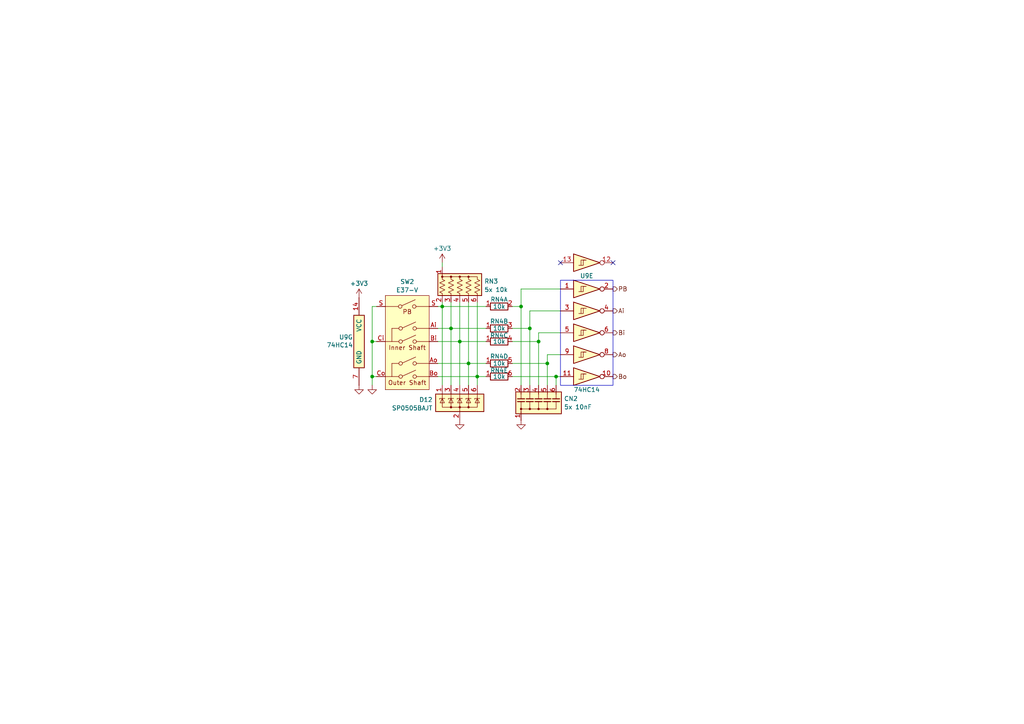
<source format=kicad_sch>
(kicad_sch (version 20250114) (generator "eeschema") (generator_version "9.0")
  (paper "A4")
  (lib_symbols
    (symbol "AudioPanelLibrary:74HC14" (pin_names (offset 1.016))
      (property "Reference" "U" (at 0 3.302 0))
      (property "Value" "74HC14" (at 0 -1.27 0))
      (symbol "74HC14_1_0"
        (polyline (pts (xy -3.81 2.54) (xy -3.81 -2.54) (xy 3.81 0) (xy -3.81 2.54)) (stroke (width 0.254)) (fill (type background)))
        (pin input line (at -7.62 0 0) (length 3.81) (name "~") (number "1"))
        (pin output inverted (at 7.62 0 180) (length 3.81) (name "~") (number "2"))
      )
      (symbol "74HC14_1_1"
        (polyline (pts (xy -2.3194 -0.7675) (xy -1.016 -0.7686) (xy -1.0159 0.7686) (xy -0.106 0.7675)))
        (polyline (pts (xy -1.6512 -0.7626) (xy -1.6536 0.7675) (xy -0.3836 0.7675)))
      )
      (symbol "74HC14_2_0"
        (polyline (pts (xy -3.81 2.54) (xy -3.81 -2.54) (xy 3.81 0) (xy -3.81 2.54)) (stroke (width 0.254)) (fill (type background)))
        (pin input line (at -7.62 0 0) (length 3.81) (name "~") (number "3"))
        (pin output inverted (at 7.62 0 180) (length 3.81) (name "~") (number "4"))
      )
      (symbol "74HC14_2_1"
        (polyline (pts (xy -2.3194 -0.7675) (xy -1.016 -0.7686) (xy -1.0159 0.7686) (xy -0.106 0.7675)))
        (polyline (pts (xy -1.6512 -0.7626) (xy -1.6536 0.7675) (xy -0.3836 0.7675)))
      )
      (symbol "74HC14_3_0"
        (polyline (pts (xy -3.81 2.54) (xy -3.81 -2.54) (xy 3.81 0) (xy -3.81 2.54)) (stroke (width 0.254)) (fill (type background)))
        (pin input line (at -7.62 0 0) (length 3.81) (name "~") (number "5"))
        (pin output inverted (at 7.62 0 180) (length 3.81) (name "~") (number "6"))
      )
      (symbol "74HC14_3_1"
        (polyline (pts (xy -2.3194 -0.7675) (xy -1.016 -0.7686) (xy -1.0159 0.7686) (xy -0.106 0.7675)))
        (polyline (pts (xy -1.6512 -0.7626) (xy -1.6536 0.7675) (xy -0.3836 0.7675)))
      )
      (symbol "74HC14_4_0"
        (polyline (pts (xy -3.81 2.54) (xy -3.81 -2.54) (xy 3.81 0) (xy -3.81 2.54)) (stroke (width 0.254)) (fill (type background)))
        (pin input line (at -7.62 0 0) (length 3.81) (name "~") (number "9"))
        (pin output inverted (at 7.62 0 180) (length 3.81) (name "~") (number "8"))
      )
      (symbol "74HC14_4_1"
        (polyline (pts (xy -2.3194 -0.7675) (xy -1.016 -0.7686) (xy -1.0159 0.7686) (xy -0.106 0.7675)))
        (polyline (pts (xy -1.6512 -0.7626) (xy -1.6536 0.7675) (xy -0.3836 0.7675)))
      )
      (symbol "74HC14_5_0"
        (polyline (pts (xy -3.81 2.54) (xy -3.81 -2.54) (xy 3.81 0) (xy -3.81 2.54)) (stroke (width 0.254)) (fill (type background)))
        (pin input line (at -7.62 0 0) (length 3.81) (name "~") (number "11"))
        (pin output inverted (at 7.62 0 180) (length 3.81) (name "~") (number "10"))
      )
      (symbol "74HC14_5_1"
        (polyline (pts (xy -2.3194 -0.7675) (xy -1.016 -0.7686) (xy -1.0159 0.7686) (xy -0.106 0.7675)))
        (polyline (pts (xy -1.6512 -0.7626) (xy -1.6536 0.7675) (xy -0.3836 0.7675)))
      )
      (symbol "74HC14_6_0"
        (polyline (pts (xy -3.81 2.54) (xy -3.81 -2.54) (xy 3.81 0) (xy -3.81 2.54)) (stroke (width 0.254)) (fill (type background)))
        (pin input line (at -7.62 0 0) (length 3.81) (name "~") (number "13"))
        (pin output inverted (at 7.62 0 180) (length 3.81) (name "~") (number "12"))
      )
      (symbol "74HC14_6_1"
        (polyline (pts (xy -2.3194 -0.7675) (xy -1.016 -0.7686) (xy -1.0159 0.7686) (xy -0.106 0.7675)))
        (polyline (pts (xy -1.6512 -0.7626) (xy -1.6536 0.7675) (xy -0.3836 0.7675)))
      )
      (symbol "74HC14_7_0"
        (pin power_in line (at 0 12.7 270) (length 5.08) (name "VCC") (number "14"))
        (pin power_in line (at 0 -12.7 90) (length 5.08) (name "GND") (number "7"))
      )
      (symbol "74HC14_7_1"
        (rectangle (start -1.524 7.62) (end 1.524 -7.62) (stroke (width 0.254)) (fill (type background)))
      )
    )
    (symbol "AudioPanelLibrary:E37-V" (pin_names (hide yes))
      (property "Reference" "SW" (at 0 6.35 0))
      (property "Value" "E37-V" (at 0 4.318 0))
      (symbol "E37-V_0_0"
        (circle (center -2.032 0) (radius 0.508))
        (circle (center -1.905 -6.35) (radius 0.508))
        (circle (center -1.905 -10.16) (radius 0.508))
        (circle (center -1.905 -16.51) (radius 0.508))
        (circle (center -1.905 -20.32) (radius 0.508))
      )
      (symbol "E37-V_0_1"
        (polyline (pts (xy -1.524 0.254) (xy 2.3368 1.9812)))
        (polyline (pts (xy -1.397 -6.223) (xy 2.4638 -4.4958)))
        (polyline (pts (xy -1.397 -10.033) (xy 2.4638 -8.3058)))
        (polyline (pts (xy -1.397 -16.383) (xy 2.4638 -14.6558)))
        (polyline (pts (xy -1.397 -20.193) (xy 2.4638 -18.4658)))
        (circle (center 2.032 0) (radius 0.508))
        (circle (center 2.159 -6.35) (radius 0.508))
        (circle (center 2.159 -10.16) (radius 0.508))
        (circle (center 2.159 -16.51) (radius 0.508))
        (circle (center 2.159 -20.32) (radius 0.508))
      )
      (symbol "E37-V_1_1"
        (rectangle (start -6.35 3.175) (end 6.35 -24.13) (fill (type background)))
        (polyline (pts (xy -6.35 -10.16) (xy -2.4304 -10.16)))
        (polyline (pts (xy -6.35 -20.32) (xy -2.4304 -20.32)))
        (polyline (pts (xy -4.445 -6.35) (xy -4.445 -10.16)))
        (polyline (pts (xy -4.445 -6.35) (xy -2.4304 -6.35)))
        (polyline (pts (xy -4.445 -16.51) (xy -4.445 -20.32)))
        (polyline (pts (xy -4.445 -16.51) (xy -2.4304 -16.51)))
        (polyline (pts (xy -2.54 0) (xy -6.4596 0)))
        (polyline (pts (xy 2.54 0) (xy 6.4596 0)))
        (polyline (pts (xy 6.35 -6.35) (xy 2.6829 -6.3499)))
        (polyline (pts (xy 6.35 -10.16) (xy 2.6829 -10.1599)))
        (polyline (pts (xy 6.35 -16.51) (xy 2.6829 -16.5099)))
        (polyline (pts (xy 6.35 -20.32) (xy 2.6829 -20.3199)))
        (text "PB" (at 0 -1.524 0) (effects (font (size 1.27 1.27))))
        (text "Inner Shaft" (at 0 -11.938 0) (effects (font (size 1.27 1.27))))
        (text "Outer Shaft" (at 0 -22.098 0) (effects (font (size 1.27 1.27))))
        (pin passive line (at -8.89 0 0) (length 2.54) (name "S") (number "S"))
        (pin passive line (at -8.89 -10.16 0) (length 2.54) (name "Ci") (number "Ci"))
        (pin passive line (at -8.89 -20.32 0) (length 2.54) (name "Co") (number "Co"))
        (pin passive line (at 8.89 0 180) (length 2.54) (name "S") (number "S"))
        (pin passive line (at 8.89 -6.35 180) (length 2.54) (name "Ai") (number "Ai"))
        (pin passive line (at 8.89 -10.16 180) (length 2.54) (name "Bi") (number "Bi"))
        (pin passive line (at 8.89 -16.51 180) (length 2.54) (name "Ao") (number "Ao"))
        (pin passive line (at 8.89 -20.32 180) (length 2.54) (name "Bo") (number "Bo"))
      )
    )
    (symbol "Device:C_Network05" (pin_names (offset 0) (hide yes))
      (property "Reference" "CN" (at 6.7056 1.27 0))
      (property "Value" "C_Network05" (at 6.7056 -1.27 0))
      (symbol "C_Network05_0_1"
        (rectangle (start -6.604 3.175) (end 6.604 -3.175) (stroke (width 0.254)) (fill (type background)))
        (polyline (pts (xy -5.08 2.54) (xy -5.08 1.1684)))
        (circle (center -5.08 -1.778) (radius 0.254) (fill (type outline)))
        (polyline (pts (xy -5.08 -1.778) (xy -5.08 0.3556)))
        (polyline (pts (xy -5.08 -1.778) (xy 5.08 -1.778)))
        (polyline (pts (xy -5.08 -2.54) (xy -5.08 -1.778)))
        (polyline (pts (xy -2.54 2.54) (xy -2.54 1.1684)))
        (circle (center -2.54 -1.778) (radius 0.254) (fill (type outline)))
        (polyline (pts (xy -2.54 -1.778) (xy -2.54 0.3556)))
        (polyline (pts (xy 0 2.54) (xy 0 1.1684)))
        (polyline (pts (xy 0 -1.778) (xy 0 0.3556)))
        (circle (center 0 -1.778) (radius 0.254) (fill (type outline)))
        (polyline (pts (xy 2.54 2.54) (xy 2.54 1.1684)))
        (polyline (pts (xy 2.54 -1.778) (xy 2.54 0.3556)))
        (circle (center 2.54 -1.778) (radius 0.254) (fill (type outline)))
        (polyline (pts (xy 5.08 2.54) (xy 5.08 1.1684)))
        (polyline (pts (xy 5.08 -1.778) (xy 5.08 0.3556)))
      )
      (symbol "C_Network05_1_0"
        (pin passive line (at 5.08 5.08 270) (length 2.54) (name "C5") (number "6"))
      )
      (symbol "C_Network05_1_1"
        (polyline (pts (xy -6.096 1.1684) (xy -4.064 1.1684)) (stroke (width 0.3048)))
        (polyline (pts (xy -6.096 0.3556) (xy -4.064 0.3556)) (stroke (width 0.3048)))
        (polyline (pts (xy -3.556 1.1684) (xy -1.524 1.1684)) (stroke (width 0.3048)))
        (polyline (pts (xy -3.556 0.3556) (xy -1.524 0.3556)) (stroke (width 0.3048)))
        (polyline (pts (xy -1.016 1.1684) (xy 1.016 1.1684)) (stroke (width 0.3048)))
        (polyline (pts (xy -1.016 0.3556) (xy 1.016 0.3556)) (stroke (width 0.3048)))
        (polyline (pts (xy 1.524 1.1684) (xy 3.556 1.1684)) (stroke (width 0.3048)))
        (polyline (pts (xy 1.524 0.3556) (xy 3.556 0.3556)) (stroke (width 0.3048)))
        (polyline (pts (xy 4.064 1.1684) (xy 6.096 1.1684)) (stroke (width 0.3048)))
        (polyline (pts (xy 4.064 0.3556) (xy 6.096 0.3556)) (stroke (width 0.3048)))
        (pin passive line (at -5.08 5.08 270) (length 2.54) (name "C1") (number "2"))
        (pin passive line (at -5.08 -5.08 90) (length 2.54) (name "common") (number "1"))
        (pin passive line (at -2.54 5.08 270) (length 2.54) (name "C2") (number "3"))
        (pin passive line (at 0 5.08 270) (length 2.54) (name "C3") (number "4"))
        (pin passive line (at 2.54 5.08 270) (length 2.54) (name "C4") (number "5"))
      )
    )
    (symbol "Device:R_Network05_Split" (pin_names (offset 0) (hide yes))
      (property "Reference" "RN" (at 2.032 0 90))
      (property "Value" "R_Network05_Split" (at 0 0 90))
      (symbol "R_Network05_Split_0_1"
        (rectangle (start 1.016 2.54) (end -1.016 -2.54) (stroke (width 0.254)))
        (pin passive line (at 0 3.81 270) (length 1.27) (name "R1") (number "1"))
      )
      (symbol "R_Network05_Split_1_1"
        (pin passive line (at 0 -3.81 90) (length 1.27) (name "R1.2") (number "2"))
      )
      (symbol "R_Network05_Split_2_1"
        (pin passive line (at 0 -3.81 90) (length 1.27) (name "R2.2") (number "3"))
      )
      (symbol "R_Network05_Split_3_1"
        (pin passive line (at 0 -3.81 90) (length 1.27) (name "R3.2") (number "4"))
      )
      (symbol "R_Network05_Split_4_1"
        (pin passive line (at 0 -3.81 90) (length 1.27) (name "R4.2") (number "5"))
      )
      (symbol "R_Network05_Split_5_1"
        (pin passive line (at 0 -3.81 90) (length 1.27) (name "R5.2") (number "6"))
      )
    )
    (symbol "Device:R_Network05_US" (pin_names (offset 0) (hide yes))
      (property "Reference" "RN" (at -7.62 0 90))
      (property "Value" "R_Network05_US" (at 7.62 0 90))
      (symbol "R_Network05_US_0_1"
        (rectangle (start -6.35 -3.175) (end 6.35 3.175) (stroke (width 0.254)) (fill (type background)))
        (circle (center -5.08 2.286) (radius 0.254) (fill (type outline)))
        (polyline (pts (xy -5.08 2.286) (xy 5.08 2.286)))
        (polyline (pts (xy -5.08 2.286) (xy -5.08 1.524) (xy -4.318 1.1684) (xy -5.842 0.508) (xy -4.318 -0.1524) (xy -5.842 -0.8382) (xy -4.318 -1.524) (xy -5.842 -2.1844) (xy -5.08 -2.54) (xy -5.08 -3.81)))
        (circle (center -2.54 2.286) (radius 0.254) (fill (type outline)))
        (polyline (pts (xy -2.54 2.286) (xy -2.54 1.524) (xy -1.778 1.1684) (xy -3.302 0.508) (xy -1.778 -0.1524) (xy -3.302 -0.8382) (xy -1.778 -1.524) (xy -3.302 -2.1844) (xy -2.54 -2.54) (xy -2.54 -3.81)))
        (circle (center 0 2.286) (radius 0.254) (fill (type outline)))
        (polyline (pts (xy 0 2.286) (xy 0 1.524) (xy 0.762 1.1684) (xy -0.762 0.508) (xy 0.762 -0.1524) (xy -0.762 -0.8382) (xy 0.762 -1.524) (xy -0.762 -2.1844) (xy 0 -2.54) (xy 0 -3.81)))
        (polyline (pts (xy 2.54 2.286) (xy 2.54 1.524) (xy 3.302 1.1684) (xy 1.778 0.508) (xy 3.302 -0.1524) (xy 1.778 -0.8382) (xy 3.302 -1.524) (xy 1.778 -2.1844) (xy 2.54 -2.54) (xy 2.54 -3.81)))
        (circle (center 2.54 2.286) (radius 0.254) (fill (type outline)))
        (polyline (pts (xy 5.08 2.286) (xy 5.08 1.524) (xy 5.842 1.1684) (xy 4.318 0.508) (xy 5.842 -0.1524) (xy 4.318 -0.8382) (xy 5.842 -1.524) (xy 4.318 -2.1844) (xy 5.08 -2.54) (xy 5.08 -3.81)))
      )
      (symbol "R_Network05_US_1_1"
        (pin passive line (at -5.08 5.08 270) (length 2.54) (name "common") (number "1"))
        (pin passive line (at -5.08 -5.08 90) (length 1.27) (name "R1") (number "2"))
        (pin passive line (at -2.54 -5.08 90) (length 1.27) (name "R2") (number "3"))
        (pin passive line (at 0 -5.08 90) (length 1.27) (name "R3") (number "4"))
        (pin passive line (at 2.54 -5.08 90) (length 1.27) (name "R4") (number "5"))
        (pin passive line (at 5.08 -5.08 90) (length 1.27) (name "R5") (number "6"))
      )
    )
    (symbol "Power_Protection:SP0505BAJT" (pin_names (hide yes))
      (property "Reference" "D" (at 7.62 2.54 0))
      (property "Value" "SP0505BAJT" (at 7.62 0.635 0))
      (symbol "SP0505BAJT_0_0"
        (pin passive line (at 0 -5.08 90) (length 2.54) (name "A") (number "2"))
      )
      (symbol "SP0505BAJT_0_1"
        (rectangle (start -6.985 2.54) (end 6.985 -2.54) (stroke (width 0.254)) (fill (type background)))
        (polyline (pts (xy -5.842 1.016) (xy -5.842 1.27) (xy -4.445 1.27) (xy -4.318 1.27)))
        (polyline (pts (xy -5.08 2.54) (xy -5.08 1.27)))
        (polyline (pts (xy -5.08 1.27) (xy -5.08 -1.27) (xy -2.54 -1.27)))
        (polyline (pts (xy -5.08 1.27) (xy -4.445 0) (xy -5.715 0) (xy -5.08 1.27)))
        (polyline (pts (xy -3.302 1.016) (xy -3.302 1.27) (xy -1.905 1.27) (xy -1.778 1.27)))
        (polyline (pts (xy -2.54 2.54) (xy -2.54 1.27)))
        (polyline (pts (xy -2.54 1.27) (xy -2.54 -1.27) (xy 2.54 -1.27) (xy 2.54 1.27)))
        (polyline (pts (xy -2.54 1.27) (xy -1.905 0) (xy -3.175 0) (xy -2.54 1.27)))
        (circle (center -2.54 -1.27) (radius 0.254) (fill (type outline)))
        (polyline (pts (xy 0 2.54) (xy 0 1.27)))
        (polyline (pts (xy 0 -1.27) (xy 0 1.27)))
        (polyline (pts (xy 0 -1.27) (xy 0 -2.54)))
        (circle (center 0 -1.27) (radius 0.254) (fill (type outline)))
        (polyline (pts (xy 0.635 1.27) (xy 0.762 1.27)))
        (polyline (pts (xy 0.635 1.27) (xy -0.762 1.27) (xy -0.762 1.016)))
        (polyline (pts (xy 0.635 0) (xy -0.635 0) (xy 0 1.27) (xy 0.635 0)))
        (polyline (pts (xy 1.778 1.016) (xy 1.778 1.27) (xy 3.175 1.27) (xy 3.302 1.27)))
        (polyline (pts (xy 2.54 2.54) (xy 2.54 1.27)))
        (polyline (pts (xy 2.54 1.27) (xy 1.905 0) (xy 3.175 0) (xy 2.54 1.27)))
        (circle (center 2.54 -1.27) (radius 0.254) (fill (type outline)))
        (polyline (pts (xy 4.318 1.016) (xy 4.318 1.27) (xy 5.715 1.27) (xy 5.842 1.27)))
        (polyline (pts (xy 5.08 2.54) (xy 5.08 1.27)))
        (polyline (pts (xy 5.08 1.27) (xy 5.08 -1.27) (xy 2.54 -1.27)))
        (polyline (pts (xy 5.08 1.27) (xy 4.445 0) (xy 5.715 0) (xy 5.08 1.27)))
      )
      (symbol "SP0505BAJT_1_1"
        (pin passive line (at -5.08 5.08 270) (length 2.54) (name "K") (number "1"))
        (pin passive line (at -2.54 5.08 270) (length 2.54) (name "K") (number "3"))
        (pin passive line (at 0 5.08 270) (length 2.54) (name "K") (number "4"))
        (pin passive line (at 2.54 5.08 270) (length 2.54) (name "K") (number "5"))
        (pin passive line (at 5.08 5.08 270) (length 2.54) (name "K") (number "6"))
      )
    )
    (symbol "power:+3V3" (power) (pin_numbers (hide yes)) (pin_names (offset 0) (hide yes))
      (property "Value" "+3V3" (at 0 3.556 0))
      (symbol "+3V3_0_1"
        (polyline (pts (xy -0.762 1.27) (xy 0 2.54)))
        (polyline (pts (xy 0 2.54) (xy 0.762 1.27)))
        (polyline (pts (xy 0 0) (xy 0 2.54)))
      )
      (symbol "+3V3_1_1"
        (pin power_in line (at 0 0 90) (length 0) (name "~") (number "1"))
      )
    )
    (symbol "power:GND" (power) (pin_numbers (hide yes)) (pin_names (offset 0) (hide yes))
      (property "Value" "GND" (at 0 -3.81 0))
      (symbol "GND_0_1"
        (polyline (pts (xy 0 0) (xy 0 -1.27) (xy 1.27 -1.27) (xy 0 -2.54) (xy -1.27 -1.27) (xy 0 -1.27)))
      )
      (symbol "GND_1_1"
        (pin power_in line (at 0 0 270) (length 0) (name "~") (number "1"))
      )
    )
  )
  (rectangle (start 162.56 81.28) (end 177.8 111.76))
  (junction (at 107.95 109.22))
  (junction (at 161.29 109.22))
  (junction (at 133.35 99.06))
  (junction (at 130.81 95.25))
  (junction (at 158.75 105.41))
  (junction (at 135.89 105.41))
  (junction (at 128.27 88.9))
  (junction (at 156.21 99.06))
  (junction (at 138.43 109.22))
  (junction (at 153.67 95.25))
  (junction (at 107.95 99.06))
  (junction (at 151.13 88.9))
  (no_connect (at 162.56 76.2))
  (no_connect (at 177.8 76.2))
  (wire (pts (xy 107.95 109.22) (xy 107.95 99.06)))
  (wire (pts (xy 162.56 90.17) (xy 153.67 90.17)))
  (wire (pts (xy 107.95 99.06) (xy 109.22 99.06)))
  (wire (pts (xy 138.43 109.22) (xy 138.43 111.76)))
  (wire (pts (xy 107.95 109.22) (xy 109.22 109.22)))
  (wire (pts (xy 128.27 88.9) (xy 140.97 88.9)))
  (wire (pts (xy 138.43 109.22) (xy 140.97 109.22)))
  (wire (pts (xy 133.35 99.06) (xy 133.35 87.63)))
  (wire (pts (xy 127 95.25) (xy 130.81 95.25)))
  (wire (pts (xy 127 99.06) (xy 133.35 99.06)))
  (wire (pts (xy 128.27 88.9) (xy 128.27 111.76)))
  (wire (pts (xy 107.95 88.9) (xy 109.22 88.9)))
  (wire (pts (xy 133.35 99.06) (xy 133.35 111.76)))
  (wire (pts (xy 162.56 102.87) (xy 158.75 102.87)))
  (wire (pts (xy 133.35 99.06) (xy 140.97 99.06)))
  (wire (pts (xy 135.89 105.41) (xy 135.89 87.63)))
  (wire (pts (xy 135.89 105.41) (xy 135.89 111.76)))
  (wire (pts (xy 107.95 111.76) (xy 107.95 109.22)))
  (wire (pts (xy 130.81 95.25) (xy 130.81 111.76)))
  (wire (pts (xy 135.89 105.41) (xy 140.97 105.41)))
  (wire (pts (xy 162.56 96.52) (xy 156.21 96.52)))
  (wire (pts (xy 127 105.41) (xy 135.89 105.41)))
  (wire (pts (xy 138.43 109.22) (xy 138.43 87.63)))
  (wire (pts (xy 127 88.9) (xy 128.27 88.9)))
  (wire (pts (xy 158.75 102.87) (xy 158.75 105.41)))
  (wire (pts (xy 127 109.22) (xy 138.43 109.22)))
  (wire (pts (xy 151.13 111.76) (xy 151.13 88.9)))
  (wire (pts (xy 153.67 111.76) (xy 153.67 95.25)))
  (wire (pts (xy 162.56 83.82) (xy 151.13 83.82)))
  (wire (pts (xy 158.75 105.41) (xy 148.59 105.41)))
  (wire (pts (xy 128.27 76.2) (xy 128.27 77.47)))
  (wire (pts (xy 130.81 95.25) (xy 140.97 95.25)))
  (wire (pts (xy 161.29 109.22) (xy 162.56 109.22)))
  (wire (pts (xy 158.75 111.76) (xy 158.75 105.41)))
  (wire (pts (xy 156.21 111.76) (xy 156.21 99.06)))
  (wire (pts (xy 161.29 111.76) (xy 161.29 109.22)))
  (wire (pts (xy 153.67 90.17) (xy 153.67 95.25)))
  (wire (pts (xy 107.95 99.06) (xy 107.95 88.9)))
  (wire (pts (xy 128.27 88.9) (xy 128.27 87.63)))
  (wire (pts (xy 156.21 99.06) (xy 148.59 99.06)))
  (wire (pts (xy 156.21 96.52) (xy 156.21 99.06)))
  (wire (pts (xy 151.13 88.9) (xy 148.59 88.9)))
  (wire (pts (xy 151.13 83.82) (xy 151.13 88.9)))
  (wire (pts (xy 153.67 95.25) (xy 148.59 95.25)))
  (wire (pts (xy 161.29 109.22) (xy 148.59 109.22)))
  (wire (pts (xy 130.81 95.25) (xy 130.81 87.63)))
  (hierarchical_label "PB" (shape output) (at 177.8 83.82 0))
  (hierarchical_label "Ao" (shape output) (at 177.8 102.87 0))
  (hierarchical_label "Bi" (shape output) (at 177.8 96.52 0))
  (hierarchical_label "Bo" (shape output) (at 177.8 109.22 0))
  (hierarchical_label "Ai" (shape output) (at 177.8 90.17 0))
  (symbol (lib_id "AudioPanelLibrary:74HC14") (at 170.18 76.2 0) (unit 6)
    (property "Reference" "U8" (effects (hide yes)))
    (property "Value" "74HC14" (effects (hide yes)))
    (property "Datasheet" "http://www.ti.com/lit/gpn/sn74HC14" (effects (hide yes)))
    (property "Description" "Hex inverter schmitt trigger" (effects (hide yes)))
    (instances (project "PilotAudioPanel" (path "" (reference "U9") (unit 6)) (path "" (reference "U8") (unit 6))))
  )
  (symbol (lib_id "AudioPanelLibrary:74HC14") (at 170.18 109.22 0) (unit 5)
    (property "Reference" "U8" (at 170.18 80.01 0))
    (property "Value" "74HC14" (at 170.18 113.03 0))
    (property "Datasheet" "http://www.ti.com/lit/gpn/sn74HC14" (effects (hide yes)))
    (property "Description" "Hex inverter schmitt trigger" (effects (hide yes)))
    (instances (project "PilotAudioPanel" (path "" (reference "U9") (unit 5)) (path "" (reference "U8") (unit 5))))
  )
  (symbol (lib_id "Device:R_Network05_US") (at 133.35 82.55 0) (unit 1)
    (property "Reference" "RN1" (at 140.462 81.5918 0) (effects (justify left)))
    (property "Value" "5x 10k" (at 140.462 84.0161 0) (effects (justify left)))
    (property "Footprint" "Resistor_THT:R_Array_SIP6" (effects (hide yes)))
    (property "Datasheet" "http://www.vishay.com/docs/31509/csc.pdf" (effects (hide yes)))
    (property "Description" "5 resistor network, star topology, bussed resistors, small US symbol" (effects (hide yes)))
    (instances (project "PilotAudioPanel" (path "" (reference "RN3") (unit 1)) (path "" (reference "RN1") (unit 1))))
  )
  (symbol (lib_id "power:GND") (at 133.35 121.92 0) (mirror y) (unit 1)
    (property "Reference" "#PWR048" (effects (hide yes)))
    (property "Value" "GND" (effects (hide yes)))
    (property "Description" "Power symbol creates a global label with name \"GND\" , ground" (effects (hide yes)))
    (instances (project "PilotAudioPanel" (path "" (reference "#PWR050") (unit 1)) (path "" (reference "#PWR048") (unit 1))))
  )
  (symbol (lib_id "AudioPanelLibrary:74HC14") (at 170.18 102.87 0) (unit 4)
    (property "Reference" "U8" (effects (hide yes)))
    (property "Value" "74HC14" (effects (hide yes)))
    (property "Datasheet" "http://www.ti.com/lit/gpn/sn74HC14" (effects (hide yes)))
    (property "Description" "Hex inverter schmitt trigger" (effects (hide yes)))
    (instances (project "PilotAudioPanel" (path "" (reference "U9") (unit 4)) (path "" (reference "U8") (unit 4))))
  )
  (symbol (lib_id "Device:R_Network05_Split") (at 144.78 109.22 90) (unit 5)
    (property "Reference" "RN2" (at 144.78 107.442 90))
    (property "Value" "10k" (at 144.78 109.22 90))
    (property "Footprint" "Resistor_THT:R_Array_SIP6" (effects (hide yes)))
    (property "Datasheet" "http://www.vishay.com/docs/31509/csc.pdf" (effects (hide yes)))
    (property "Description" "5 resistor network, star topology, bussed resistors, split" (effects (hide yes)))
    (instances (project "PilotAudioPanel" (path "" (reference "RN4") (unit 5)) (path "" (reference "RN2") (unit 5))))
  )
  (symbol (lib_id "AudioPanelLibrary:74HC14") (at 170.18 96.52 0) (unit 3)
    (property "Reference" "U8" (effects (hide yes)))
    (property "Value" "74HC14" (effects (hide yes)))
    (property "Datasheet" "http://www.ti.com/lit/gpn/sn74HC14" (effects (hide yes)))
    (property "Description" "Hex inverter schmitt trigger" (effects (hide yes)))
    (instances (project "PilotAudioPanel" (path "" (reference "U9") (unit 3)) (path "" (reference "U8") (unit 3))))
  )
  (symbol (lib_id "AudioPanelLibrary:74HC14") (at 170.18 83.82 0) (unit 1)
    (property "Reference" "U8" (effects (hide yes)))
    (property "Value" "74HC14" (effects (hide yes)))
    (property "Datasheet" "http://www.ti.com/lit/gpn/sn74HC14" (effects (hide yes)))
    (property "Description" "Hex inverter schmitt trigger" (effects (hide yes)))
    (instances (project "PilotAudioPanel" (path "" (reference "U9") (unit 1)) (path "" (reference "U8") (unit 1))))
  )
  (symbol (lib_id "Device:R_Network05_Split") (at 144.78 88.9 90) (unit 1)
    (property "Reference" "RN2" (at 144.78 86.868 90))
    (property "Value" "10k" (at 144.78 88.9 90))
    (property "Footprint" "Resistor_THT:R_Array_SIP6" (effects (hide yes)))
    (property "Datasheet" "http://www.vishay.com/docs/31509/csc.pdf" (effects (hide yes)))
    (property "Description" "5 resistor network, star topology, bussed resistors, split" (effects (hide yes)))
    (instances (project "PilotAudioPanel" (path "" (reference "RN4") (unit 1)) (path "" (reference "RN2") (unit 1))))
  )
  (symbol (lib_id "power:+3V3") (at 128.27 76.2 0) (unit 1)
    (property "Reference" "#PWR038" (effects (hide yes)))
    (property "Value" "+3V3" (at 128.27 72.0669 0))
    (property "Description" "Power symbol creates a global label with name \"+3V3\"" (effects (hide yes)))
    (instances (project "PilotAudioPanel" (path "" (reference "#PWR044") (unit 1)) (path "" (reference "#PWR038") (unit 1))))
  )
  (symbol (lib_id "power:+3V3") (at 104.14 86.36 0) (unit 1)
    (property "Reference" "#PWR041" (effects (hide yes)))
    (property "Value" "+3V3" (at 104.14 82.2269 0))
    (property "Description" "Power symbol creates a global label with name \"+3V3\"" (effects (hide yes)))
    (instances (project "PilotAudioPanel" (path "" (reference "#PWR042") (unit 1)) (path "" (reference "#PWR041") (unit 1))))
  )
  (symbol (lib_id "AudioPanelLibrary:74HC14") (at 104.14 99.06 0) (mirror y) (unit 7)
    (property "Reference" "U8" (at 100.33 97.79 0))
    (property "Value" "74HC14" (at 98.552 100.076 0))
    (property "Datasheet" "http://www.ti.com/lit/gpn/sn74HC14" (effects (hide yes)))
    (property "Description" "Hex inverter schmitt trigger" (effects (hide yes)))
    (instances (project "PilotAudioPanel" (path "" (reference "U9") (unit 7)) (path "" (reference "U8") (unit 7))))
  )
  (symbol (lib_id "Device:R_Network05_Split") (at 144.78 95.25 90) (unit 2)
    (property "Reference" "RN2" (at 144.78 93.218 90))
    (property "Value" "10k" (at 144.78 95.25 90))
    (property "Footprint" "Resistor_THT:R_Array_SIP6" (effects (hide yes)))
    (property "Datasheet" "http://www.vishay.com/docs/31509/csc.pdf" (effects (hide yes)))
    (property "Description" "5 resistor network, star topology, bussed resistors, split" (effects (hide yes)))
    (instances (project "PilotAudioPanel" (path "" (reference "RN4") (unit 2)) (path "" (reference "RN2") (unit 2))))
  )
  (symbol (lib_id "AudioPanelLibrary:E37-V") (at 118.11 88.9 0) (unit 1)
    (property "Reference" "SW1" (at 118.11 81.7075 0))
    (property "Value" "E37-V" (at 118.11 84.1318 0))
    (property "Datasheet" "https://s3-us-west-2.amazonaws.com/catsy.655/e37_datasheet_e.pdf" (effects (hide yes)))
    (instances (project "PilotAudioPanel" (path "" (reference "SW2") (unit 1)) (path "" (reference "SW1") (unit 1))))
  )
  (symbol (lib_id "Device:R_Network05_Split") (at 144.78 99.06 90) (unit 3)
    (property "Reference" "RN2" (at 144.78 97.282 90))
    (property "Value" "10k" (at 144.78 99.06 90))
    (property "Footprint" "Resistor_THT:R_Array_SIP6" (effects (hide yes)))
    (property "Datasheet" "http://www.vishay.com/docs/31509/csc.pdf" (effects (hide yes)))
    (property "Description" "5 resistor network, star topology, bussed resistors, split" (effects (hide yes)))
    (instances (project "PilotAudioPanel" (path "" (reference "RN4") (unit 3)) (path "" (reference "RN2") (unit 3))))
  )
  (symbol (lib_id "Device:R_Network05_Split") (at 144.78 105.41 90) (unit 4)
    (property "Reference" "RN2" (at 144.78 103.378 90))
    (property "Value" "10k" (at 144.78 105.41 90))
    (property "Footprint" "Resistor_THT:R_Array_SIP6" (effects (hide yes)))
    (property "Datasheet" "http://www.vishay.com/docs/31509/csc.pdf" (effects (hide yes)))
    (property "Description" "5 resistor network, star topology, bussed resistors, split" (effects (hide yes)))
    (instances (project "PilotAudioPanel" (path "" (reference "RN4") (unit 4)) (path "" (reference "RN2") (unit 4))))
  )
  (symbol (lib_id "power:GND") (at 104.14 111.76 0) (mirror y) (unit 1)
    (property "Reference" "#PWR040" (effects (hide yes)))
    (property "Value" "GND" (effects (hide yes)))
    (property "Description" "Power symbol creates a global label with name \"GND\" , ground" (effects (hide yes)))
    (instances (project "PilotAudioPanel" (path "" (reference "#PWR043") (unit 1)) (path "" (reference "#PWR040") (unit 1))))
  )
  (symbol (lib_id "power:GND") (at 151.13 121.92 0) (unit 1)
    (property "Reference" "#PWR039" (effects (hide yes)))
    (property "Value" "GND" (effects (hide yes)))
    (property "Description" "Power symbol creates a global label with name \"GND\" , ground" (effects (hide yes)))
    (instances (project "PilotAudioPanel" (path "" (reference "#PWR045") (unit 1)) (path "" (reference "#PWR039") (unit 1))))
  )
  (symbol (lib_id "Power_Protection:SP0505BAJT") (at 133.35 116.84 0) (unit 1)
    (property "Reference" "D11" (at 125.476 115.9397 0) (effects (justify right)))
    (property "Value" "SP0505BAJT" (at 125.476 118.364 0) (effects (justify right)))
    (property "Footprint" "Package_TO_SOT_SMD:SOT-363_SC-70-6" (effects (hide yes)))
    (property "Datasheet" "http://www.littelfuse.com/~/media/files/littelfuse/technical%20resources/documents/data%20sheets/sp05xxba.pdf" (effects (hide yes)))
    (property "Description" "TVS Diode Array, 5.5V Standoff, 5 Channels, SC-70-6 package" (effects (hide yes)))
    (instances (project "PilotAudioPanel" (path "" (reference "D12") (unit 1)) (path "" (reference "D11") (unit 1))))
  )
  (symbol (lib_id "AudioPanelLibrary:74HC14") (at 170.18 90.17 0) (unit 2)
    (property "Reference" "U8" (effects (hide yes)))
    (property "Value" "74HC14" (effects (hide yes)))
    (property "Datasheet" "http://www.ti.com/lit/gpn/sn74HC14" (effects (hide yes)))
    (property "Description" "Hex inverter schmitt trigger" (effects (hide yes)))
    (instances (project "PilotAudioPanel" (path "" (reference "U9") (unit 2)) (path "" (reference "U8") (unit 2))))
  )
  (symbol (lib_id "power:GND") (at 107.95 111.76 0) (unit 1)
    (property "Reference" "#PWR047" (effects (hide yes)))
    (property "Value" "GND" (effects (hide yes)))
    (property "Description" "Power symbol creates a global label with name \"GND\" , ground" (effects (hide yes)))
    (instances (project "PilotAudioPanel" (path "" (reference "#PWR049") (unit 1)) (path "" (reference "#PWR047") (unit 1))))
  )
  (symbol (lib_id "Device:C_Network05") (at 156.21 116.84 0) (unit 1)
    (property "Reference" "CN1" (at 163.576 115.6278 0) (effects (justify left)))
    (property "Value" "5x 10nF" (at 163.576 118.0521 0) (effects (justify left)))
    (property "Description" "5 capacitor network, star topology, bussed capacitors, single bus pin, small symbol, SIP-6" (effects (hide yes)))
    (instances (project "PilotAudioPanel" (path "" (reference "CN2") (unit 1)) (path "" (reference "CN1") (unit 1))))
  )
)
</source>
